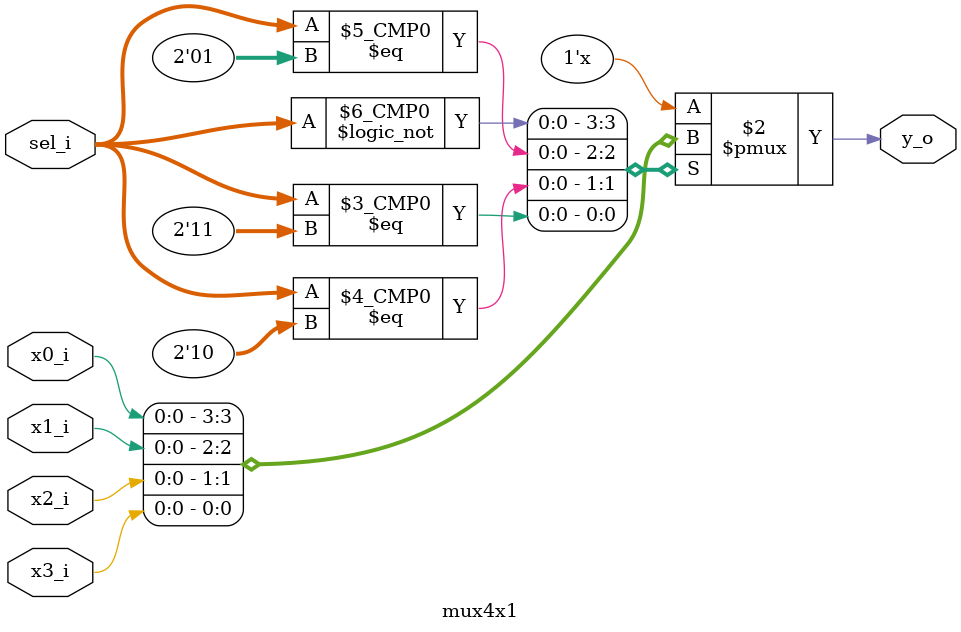
<source format=sv>
/*
Produced by: Bruno Binelli, Bruno Carboni, Eduardo Zambotto, Julio Cezar;
Date: 23/03/2025;
Description: Multiplexier 4x1 - RTL code.
*/
module mux4x1(
	x0_i,
	x1_i,
	x2_i,
	x3_i,
	sel_i,
	y_o
);

input logic x0_i, x1_i, x2_i, x3_i;
input logic [1:0] sel_i;
output logic y_o;

always_comb begin

	case(sel_i)
			2'b00 : y_o = x0_i;
			2'b01 : y_o = x1_i;
			2'b10 : y_o = x2_i;
			2'b11 : y_o = x3_i;
		endcase

end

endmodule
</source>
